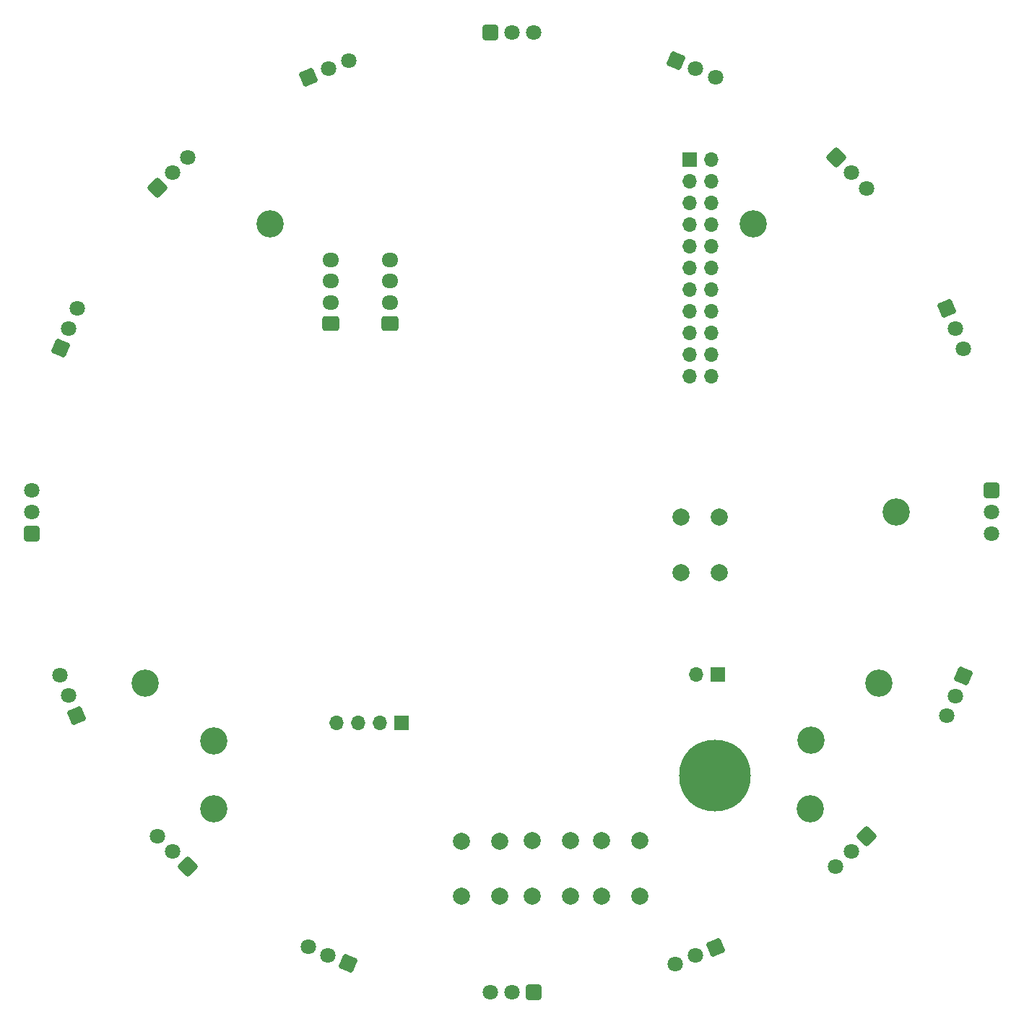
<source format=gbr>
%TF.GenerationSoftware,KiCad,Pcbnew,7.0.9*%
%TF.CreationDate,2024-12-18T22:21:06+09:00*%
%TF.ProjectId,IR_Bored_ESP32,49525f42-6f72-4656-945f-45535033322e,rev?*%
%TF.SameCoordinates,Original*%
%TF.FileFunction,Soldermask,Bot*%
%TF.FilePolarity,Negative*%
%FSLAX46Y46*%
G04 Gerber Fmt 4.6, Leading zero omitted, Abs format (unit mm)*
G04 Created by KiCad (PCBNEW 7.0.9) date 2024-12-18 22:21:06*
%MOMM*%
%LPD*%
G01*
G04 APERTURE LIST*
G04 Aperture macros list*
%AMRoundRect*
0 Rectangle with rounded corners*
0 $1 Rounding radius*
0 $2 $3 $4 $5 $6 $7 $8 $9 X,Y pos of 4 corners*
0 Add a 4 corners polygon primitive as box body*
4,1,4,$2,$3,$4,$5,$6,$7,$8,$9,$2,$3,0*
0 Add four circle primitives for the rounded corners*
1,1,$1+$1,$2,$3*
1,1,$1+$1,$4,$5*
1,1,$1+$1,$6,$7*
1,1,$1+$1,$8,$9*
0 Add four rect primitives between the rounded corners*
20,1,$1+$1,$2,$3,$4,$5,0*
20,1,$1+$1,$4,$5,$6,$7,0*
20,1,$1+$1,$6,$7,$8,$9,0*
20,1,$1+$1,$8,$9,$2,$3,0*%
G04 Aperture macros list end*
%ADD10R,1.700000X1.700000*%
%ADD11O,1.700000X1.700000*%
%ADD12RoundRect,0.250000X0.725000X-0.600000X0.725000X0.600000X-0.725000X0.600000X-0.725000X-0.600000X0*%
%ADD13O,1.950000X1.700000*%
%ADD14C,3.200000*%
%ADD15C,2.000000*%
%ADD16C,8.400000*%
%ADD17RoundRect,0.250200X-0.849005X0.351669X-0.351669X-0.849005X0.849005X-0.351669X0.351669X0.849005X0*%
%ADD18C,1.800000*%
%ADD19RoundRect,0.250200X0.849005X0.351669X-0.351669X0.849005X-0.849005X-0.351669X0.351669X-0.849005X0*%
%ADD20RoundRect,0.250200X-0.351669X-0.849005X0.849005X-0.351669X0.351669X0.849005X-0.849005X0.351669X0*%
%ADD21RoundRect,0.250200X0.351669X0.849005X-0.849005X0.351669X-0.351669X-0.849005X0.849005X-0.351669X0*%
%ADD22RoundRect,0.250200X-0.649800X-0.649800X0.649800X-0.649800X0.649800X0.649800X-0.649800X0.649800X0*%
%ADD23RoundRect,0.250200X-0.918956X0.000000X0.000000X-0.918956X0.918956X0.000000X0.000000X0.918956X0*%
%ADD24RoundRect,0.250200X0.000000X0.918956X-0.918956X0.000000X0.000000X-0.918956X0.918956X0.000000X0*%
%ADD25RoundRect,0.250200X0.000000X-0.918956X0.918956X0.000000X0.000000X0.918956X-0.918956X0.000000X0*%
%ADD26RoundRect,0.250200X-0.849005X-0.351669X0.351669X-0.849005X0.849005X0.351669X-0.351669X0.849005X0*%
%ADD27RoundRect,0.250200X0.649800X-0.649800X0.649800X0.649800X-0.649800X0.649800X-0.649800X-0.649800X0*%
%ADD28RoundRect,0.250200X-0.649800X0.649800X-0.649800X-0.649800X0.649800X-0.649800X0.649800X0.649800X0*%
%ADD29RoundRect,0.250200X0.849005X-0.351669X0.351669X0.849005X-0.849005X0.351669X-0.351669X-0.849005X0*%
%ADD30RoundRect,0.250200X-0.351669X0.849005X-0.849005X-0.351669X0.351669X-0.849005X0.849005X0.351669X0*%
%ADD31RoundRect,0.250200X0.649800X0.649800X-0.649800X0.649800X-0.649800X-0.649800X0.649800X-0.649800X0*%
%ADD32RoundRect,0.250200X0.351669X-0.849005X0.849005X0.351669X-0.351669X0.849005X-0.849005X-0.351669X0*%
%ADD33RoundRect,0.250200X0.918956X0.000000X0.000000X0.918956X-0.918956X0.000000X0.000000X-0.918956X0*%
G04 APERTURE END LIST*
D10*
%TO.C,J1*%
X176530000Y-110410000D03*
D11*
X173990000Y-110410000D03*
X171450000Y-110410000D03*
X168910000Y-110410000D03*
%TD*%
D12*
%TO.C,J2*%
X175158400Y-63583200D03*
D13*
X175158400Y-61083200D03*
X175158400Y-58583200D03*
X175158400Y-56083200D03*
%TD*%
D14*
%TO.C,REF\u002A\u002A*%
X154535498Y-120412834D03*
%TD*%
%TO.C,REF\u002A\u002A*%
X232550000Y-105720000D03*
%TD*%
D15*
%TO.C,Camera_RST*%
X209280000Y-92770000D03*
X209280000Y-86270000D03*
X213780000Y-92770000D03*
X213780000Y-86270000D03*
%TD*%
D14*
%TO.C,REF\u002A\u002A*%
X146475498Y-105714800D03*
%TD*%
%TO.C,REF\u002A\u002A*%
X217795498Y-51872834D03*
%TD*%
%TO.C,REF\u002A\u002A*%
X224490000Y-120440000D03*
%TD*%
D12*
%TO.C,J3*%
X168224200Y-63557800D03*
D13*
X168224200Y-61057800D03*
X168224200Y-58557800D03*
X168224200Y-56057800D03*
%TD*%
D16*
%TO.C,REF\u002A\u002A*%
X213300000Y-116560000D03*
%TD*%
D15*
%TO.C,SW2*%
X191830000Y-130680000D03*
X191830000Y-124180000D03*
X196330000Y-130680000D03*
X196330000Y-124180000D03*
%TD*%
D10*
%TO.C,J4*%
X210303800Y-44356600D03*
D11*
X212843800Y-44356600D03*
X210303800Y-46896600D03*
X212843800Y-46896600D03*
X210303800Y-49436600D03*
X212843800Y-49436600D03*
X210303800Y-51976600D03*
X212843800Y-51976600D03*
X210303800Y-54516600D03*
X212843800Y-54516600D03*
X210303800Y-57056600D03*
X212843800Y-57056600D03*
X210303800Y-59596600D03*
X212843800Y-59596600D03*
X210303800Y-62136600D03*
X212843800Y-62136600D03*
X210303800Y-64676600D03*
X212843800Y-64676600D03*
X210303800Y-67216600D03*
X212843800Y-67216600D03*
X210303800Y-69756600D03*
X212843800Y-69756600D03*
%TD*%
D10*
%TO.C,SW5*%
X213670000Y-104690000D03*
D11*
X211130000Y-104690000D03*
%TD*%
D14*
%TO.C,REF\u002A\u002A*%
X224530000Y-112410000D03*
%TD*%
%TO.C,REF\u002A\u002A*%
X154505498Y-112490000D03*
%TD*%
%TO.C,REF\u002A\u002A*%
X234500000Y-85660000D03*
%TD*%
D15*
%TO.C,SW1*%
X183600000Y-130720000D03*
X183600000Y-124220000D03*
X188100000Y-130720000D03*
X188100000Y-124220000D03*
%TD*%
%TO.C,SW3*%
X200020000Y-130650000D03*
X200020000Y-124150000D03*
X204520000Y-130650000D03*
X204520000Y-124150000D03*
%TD*%
D14*
%TO.C,REF\u002A\u002A*%
X161140000Y-51860000D03*
%TD*%
D17*
%TO.C,U13*%
X240504024Y-61797671D03*
D18*
X241476040Y-64144325D03*
X242448056Y-66490979D03*
%TD*%
D19*
%TO.C,U7*%
X170288024Y-138598749D03*
D18*
X167941370Y-137626733D03*
X165594716Y-136654717D03*
%TD*%
D20*
%TO.C,U1*%
X165631671Y-34641976D03*
D18*
X167978325Y-33669960D03*
X170324979Y-32697944D03*
%TD*%
D21*
%TO.C,U9*%
X213348329Y-136670024D03*
D18*
X211001675Y-137642040D03*
X208655021Y-138614056D03*
%TD*%
D22*
%TO.C,U17*%
X186970000Y-29395000D03*
D18*
X189510000Y-29395000D03*
X192050000Y-29395000D03*
%TD*%
D23*
%TO.C,U14*%
X227490626Y-44091556D03*
D18*
X229286677Y-45887607D03*
X231082728Y-47683658D03*
%TD*%
D24*
%TO.C,U10*%
X231054444Y-123656625D03*
D18*
X229258393Y-125452676D03*
X227462342Y-127248727D03*
%TD*%
D25*
%TO.C,U2*%
X147925556Y-47655375D03*
D18*
X149721607Y-45859324D03*
X151517658Y-44063273D03*
%TD*%
D26*
%TO.C,U15*%
X208691976Y-32713251D03*
D18*
X211038630Y-33685267D03*
X213385284Y-34657283D03*
%TD*%
D27*
%TO.C,U4*%
X133229000Y-88176000D03*
D18*
X133229000Y-85636000D03*
X133229000Y-83096000D03*
%TD*%
D28*
%TO.C,U12*%
X245751001Y-83136000D03*
D18*
X245751001Y-85676000D03*
X245751001Y-88216000D03*
%TD*%
D29*
%TO.C,U5*%
X138475976Y-109514329D03*
D18*
X137503960Y-107167675D03*
X136531944Y-104821021D03*
%TD*%
D30*
%TO.C,U11*%
X242432749Y-104857976D03*
D18*
X241460733Y-107204630D03*
X240488717Y-109551284D03*
%TD*%
D31*
%TO.C,U8*%
X192010000Y-141917000D03*
D18*
X189470000Y-141917000D03*
X186930000Y-141917000D03*
%TD*%
D32*
%TO.C,U3*%
X136547251Y-66454024D03*
D18*
X137519267Y-64107370D03*
X138491283Y-61760716D03*
%TD*%
D33*
%TO.C,U6*%
X151489375Y-127220444D03*
D18*
X149693324Y-125424393D03*
X147897273Y-123628342D03*
%TD*%
M02*

</source>
